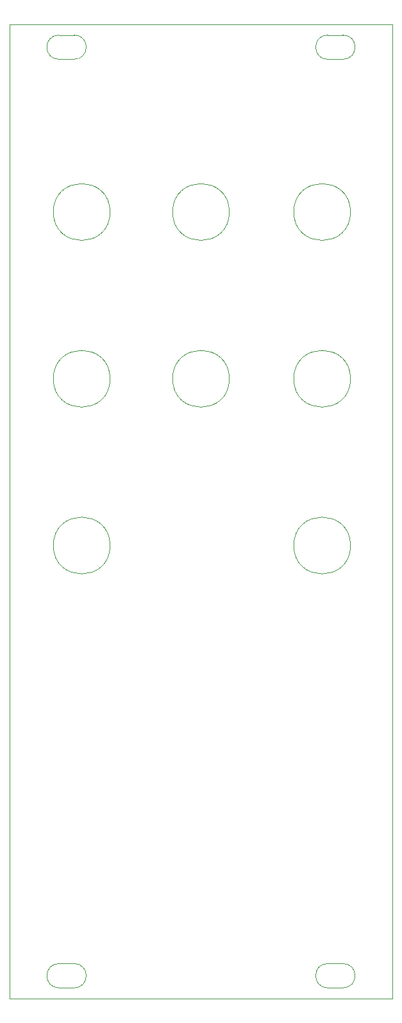
<source format=gbr>
G04 #@! TF.GenerationSoftware,KiCad,Pcbnew,(5.1.5-0)*
G04 #@! TF.CreationDate,2021-01-11T18:57:45-08:00*
G04 #@! TF.ProjectId,kareishuuvco,6b617265-6973-4687-9575-76636f2e6b69,rev?*
G04 #@! TF.SameCoordinates,Original*
G04 #@! TF.FileFunction,Profile,NP*
%FSLAX46Y46*%
G04 Gerber Fmt 4.6, Leading zero omitted, Abs format (unit mm)*
G04 Created by KiCad (PCBNEW (5.1.5-0)) date 2021-01-11 18:57:45*
%MOMM*%
%LPD*%
G04 APERTURE LIST*
%ADD10C,0.050000*%
G04 APERTURE END LIST*
D10*
X45000000Y-68750000D02*
G75*
G03X45000000Y-68750000I-3750000J0D01*
G01*
X13250000Y-68750000D02*
G75*
G03X13250000Y-68750000I-3750000J0D01*
G01*
X45000000Y-46750000D02*
G75*
G03X45000000Y-46750000I-3750000J0D01*
G01*
X29000000Y-46750000D02*
G75*
G03X29000000Y-46750000I-3750000J0D01*
G01*
X13250000Y-46750000D02*
G75*
G03X13250000Y-46750000I-3750000J0D01*
G01*
X13250000Y-24750000D02*
G75*
G03X13250000Y-24750000I-3750000J0D01*
G01*
X29000000Y-24750000D02*
G75*
G03X29000000Y-24750000I-3750000J0D01*
G01*
X45000000Y-24750000D02*
G75*
G03X45000000Y-24750000I-3750000J0D01*
G01*
X8500000Y-123900000D02*
G75*
G02X8500000Y-127100000I0J-1600000D01*
G01*
X6500000Y-123900000D02*
X8500000Y-123900000D01*
X6500000Y-127100000D02*
G75*
G02X6500000Y-123900000I0J1600000D01*
G01*
X6500000Y-127100000D02*
X8500000Y-127100000D01*
X8500000Y-1400000D02*
G75*
G02X8500000Y-4600000I0J-1600000D01*
G01*
X6500000Y-1400000D02*
X8500000Y-1400000D01*
X6500000Y-4600000D02*
G75*
G02X6500000Y-1400000I0J1600000D01*
G01*
X6500000Y-4600000D02*
X8500000Y-4600000D01*
X44000000Y-123900000D02*
G75*
G02X44000000Y-127100000I0J-1600000D01*
G01*
X42000000Y-123900000D02*
X44000000Y-123900000D01*
X42000000Y-127100000D02*
G75*
G02X42000000Y-123900000I0J1600000D01*
G01*
X42000000Y-127100000D02*
X44000000Y-127100000D01*
X42000000Y-1400000D02*
X44000000Y-1400000D01*
X42000000Y-4600000D02*
X44000000Y-4600000D01*
X42000000Y-4600000D02*
G75*
G02X42000000Y-1400000I0J1600000D01*
G01*
X44000000Y-1400000D02*
G75*
G02X44000000Y-4600000I0J-1600000D01*
G01*
X0Y-128500000D02*
X0Y0D01*
X50500000Y-128500000D02*
X0Y-128500000D01*
X50500000Y0D02*
X50500000Y-128500000D01*
X0Y0D02*
X50500000Y0D01*
M02*

</source>
